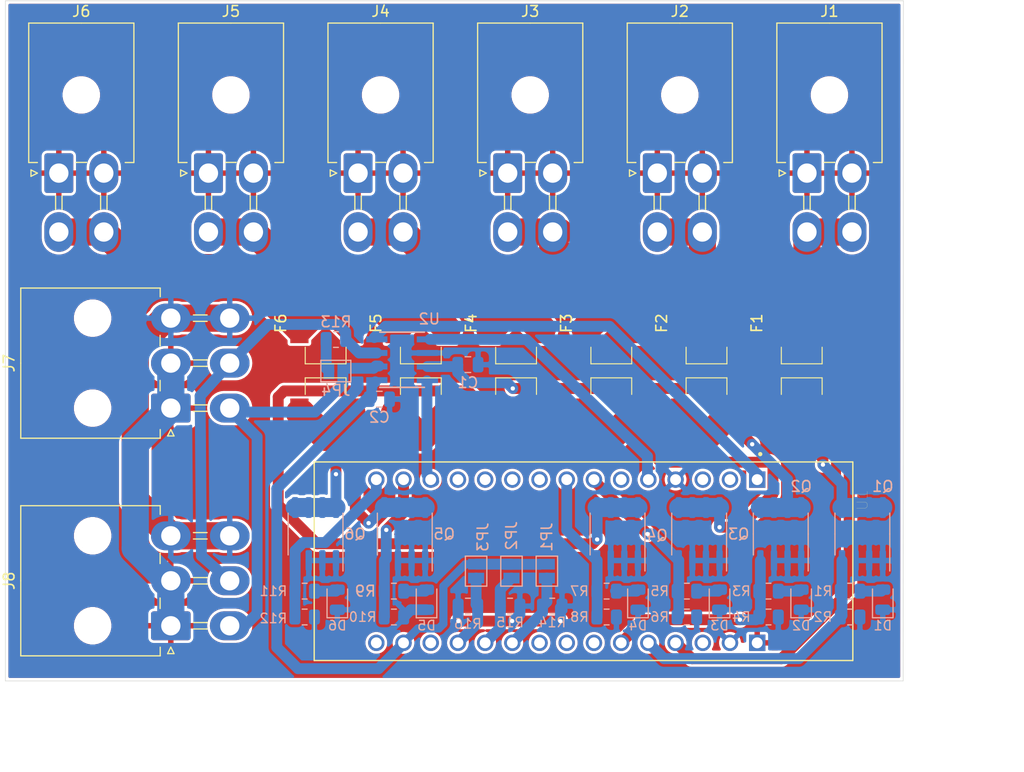
<source format=kicad_pcb>
(kicad_pcb (version 20171130) (host pcbnew "(5.1.9-0-10_14)")
  (title_block (date 2021-03-05))
  (layers (0 F.Cu signal) (31 B.Cu signal) (34 B.Paste user) (35 F.Paste user) (36 B.SilkS user) (37 F.SilkS user) (38 B.Mask user) (39 F.Mask user) (44 Edge.Cuts user))
  (net 0 "")
  (net 1 GND)
  (net 2 /GATE1)
  (net 3 /GATE2)
  (net 4 /GATE3)
  (net 5 /GATE4)
  (net 6 /GATE5)
  (net 7 /GATE6)
  (net 8 "Net-(F1-Pad1)")
  (net 9 "Net-(F1-Pad2)")
  (net 10 "Net-(F2-Pad2)")
  (net 11 "Net-(F2-Pad1)")
  (net 12 "Net-(F3-Pad2)")
  (net 13 "Net-(F3-Pad1)")
  (net 14 "Net-(F4-Pad1)")
  (net 15 "Net-(F4-Pad2)")
  (net 16 "Net-(F5-Pad2)")
  (net 17 "Net-(F5-Pad1)")
  (net 18 "Net-(F6-Pad1)")
  (net 19 "Net-(F6-Pad2)")
  (net 20 +12V)
  (net 21 /CANL)
  (net 22 /CANH)
  (net 23 "Net-(JP1-Pad1)")
  (net 24 "Net-(JP2-Pad1)")
  (net 25 "Net-(JP3-Pad1)")
  (net 26 /STBY)
  (net 27 /CANRX)
  (net 28 /CANTX)
  (net 29 "Net-(U1-PadPC15)")
  (net 30 "Net-(U1-PadPC14)")
  (net 31 "Net-(U1-PadPB0)")
  (net 32 "Net-(U1-PadNRST)")
  (net 33 "Net-(U1-PadPB3)")
  (net 34 "Net-(U1-PadAREF)")
  (net 35 "Net-(U1-PadPA4)")
  (net 36 "Net-(U1-PadPA5)")
  (net 37 "Net-(U1-PadPA6)")
  (net 38 "Net-(JP4-Pad1)")
  (net 39 "Net-(U1-PadPA10)")
  (net 40 "Net-(U1-PadPB1)")
  (net 41 /5V)
  (net 42 /3V3)
  (net 43 "Net-(D1-Pad2)")
  (net 44 "Net-(D2-Pad2)")
  (net 45 "Net-(D3-Pad2)")
  (net 46 "Net-(D4-Pad2)")
  (net 47 "Net-(D5-Pad2)")
  (net 48 "Net-(D6-Pad2)")
  (net 49 "Net-(U1-PadPA8)")
  (module LED_SMD:LED_0805_2012Metric (layer B.Cu) (at 112.395 121.95556 90)
    (fp_text reference D2 (at -2.413 0 180) (layer B.SilkS) (effects (font (size 0.889 0.889) (thickness 0.127)) (justify mirror)))
    (fp_text value LED)
    (pad 2 smd roundrect (at 0.9375 0 90) (size 0.975 1.4) (layers B.Cu B.Paste B.Mask) (net 44 "Net-(D2-Pad2)"))
    (pad 1 smd roundrect (at -0.9375 0 90) (size 0.975 1.4) (layers B.Cu B.Paste B.Mask) (net 1 GND))
  )
  (module LED_SMD:LED_0805_2012Metric (layer B.Cu) (at 77.4192 121.95556 90)
    (fp_text reference D5 (at -2.413 0) (layer B.SilkS) (effects (font (size 0.889 0.889) (thickness 0.127)) (justify mirror)))
    (fp_text value LED)
    (pad 2 smd roundrect (at 0.9375 0 90) (size 0.975 1.4) (layers B.Cu B.Paste B.Mask) (net 47 "Net-(D5-Pad2)"))
    (pad 1 smd roundrect (at -0.9375 0 90) (size 0.975 1.4) (layers B.Cu B.Paste B.Mask) (net 1 GND))
  )
  (module Resistor_SMD:R_0805_2012Metric (layer B.Cu) (at 81.28 122.555 180)
    (fp_text reference R16 (at 0 -1.651) (layer B.SilkS) (effects (font (size 0.889 0.889) (thickness 0.127)) (justify mirror)))
    (fp_text value 10K)
    (pad 2 smd roundrect (at 0.9125 0 180) (size 1.025 1.4) (layers B.Cu B.Paste B.Mask) (roundrect_rratio 0.243902) (net 1 GND))
    (pad 1 smd roundrect (at -0.9125 0 180) (size 1.025 1.4) (layers B.Cu B.Paste B.Mask) (roundrect_rratio 0.243902) (net 25 "Net-(JP3-Pad1)"))
  )
  (module Resistor_SMD:R_0805_2012Metric (layer B.Cu) (at 89.154 122.555)
    (fp_text reference R14 (at 0 1.524) (layer B.SilkS) (effects (font (size 0.889 0.889) (thickness 0.127)) (justify mirror)))
    (fp_text value 10K)
    (pad 2 smd roundrect (at 0.9125 0) (size 1.025 1.4) (layers B.Cu B.Paste B.Mask) (roundrect_rratio 0.243902) (net 1 GND))
    (pad 1 smd roundrect (at -0.9125 0) (size 1.025 1.4) (layers B.Cu B.Paste B.Mask) (roundrect_rratio 0.243902) (net 23 "Net-(JP1-Pad1)"))
  )
  (module Resistor_SMD:R_0805_2012Metric (layer B.Cu) (at 85.217 122.555)
    (fp_text reference R15 (at 0 1.524) (layer B.SilkS) (effects (font (size 0.889 0.889) (thickness 0.127)) (justify mirror)))
    (fp_text value 10K)
    (pad 2 smd roundrect (at 0.9125 0) (size 1.025 1.4) (layers B.Cu B.Paste B.Mask) (roundrect_rratio 0.243902) (net 1 GND))
    (pad 1 smd roundrect (at -0.9125 0) (size 1.025 1.4) (layers B.Cu B.Paste B.Mask) (roundrect_rratio 0.243902) (net 24 "Net-(JP2-Pad1)"))
  )
  (module Resistor_SMD:R_0805_2012Metric (layer B.Cu) (at 94.234 123.571)
    (fp_text reference R8 (at -2.54 0) (layer B.SilkS) (effects (font (size 0.889 0.889) (thickness 0.127)) (justify mirror)))
    (fp_text value 10K)
    (pad 2 smd roundrect (at 0.9125 0) (size 1.025 1.4) (layers B.Cu B.Paste B.Mask) (roundrect_rratio 0.243902) (net 1 GND))
    (pad 1 smd roundrect (at -0.9125 0) (size 1.025 1.4) (layers B.Cu B.Paste B.Mask) (roundrect_rratio 0.243902) (net 5 /GATE4))
  )
  (module Resistor_SMD:R_0805_2012Metric (layer B.Cu) (at 94.234 121.158)
    (fp_text reference R7 (at -2.54 0) (layer B.SilkS) (effects (font (size 0.889 0.889) (thickness 0.127)) (justify mirror)))
    (fp_text value 100)
    (pad 2 smd roundrect (at 0.9125 0) (size 1.025 1.4) (layers B.Cu B.Paste B.Mask) (roundrect_rratio 0.243902) (net 46 "Net-(D4-Pad2)"))
    (pad 1 smd roundrect (at -0.9125 0) (size 1.025 1.4) (layers B.Cu B.Paste B.Mask) (roundrect_rratio 0.243902) (net 5 /GATE4))
  )
  (module LED_SMD:LED_0805_2012Metric (layer B.Cu) (at 97.155 121.95556 90)
    (fp_text reference D4 (at -2.413 0) (layer B.SilkS) (effects (font (size 0.889 0.889) (thickness 0.127)) (justify mirror)))
    (fp_text value LED)
    (pad 2 smd roundrect (at 0.9375 0 90) (size 0.975 1.4) (layers B.Cu B.Paste B.Mask) (net 46 "Net-(D4-Pad2)"))
    (pad 1 smd roundrect (at -0.9375 0 90) (size 0.975 1.4) (layers B.Cu B.Paste B.Mask) (net 1 GND))
  )
  (module Resistor_SMD:R_0805_2012Metric (layer B.Cu) (at 101.727 123.571)
    (fp_text reference R6 (at -2.54 0) (layer B.SilkS) (effects (font (size 0.889 0.889) (thickness 0.127)) (justify mirror)))
    (fp_text value 10K)
    (pad 2 smd roundrect (at 0.9125 0) (size 1.025 1.4) (layers B.Cu B.Paste B.Mask) (roundrect_rratio 0.243902) (net 1 GND))
    (pad 1 smd roundrect (at -0.9125 0) (size 1.025 1.4) (layers B.Cu B.Paste B.Mask) (roundrect_rratio 0.243902) (net 4 /GATE3))
  )
  (module Resistor_SMD:R_0805_2012Metric (layer B.Cu) (at 101.727 121.158)
    (fp_text reference R5 (at -2.54 0) (layer B.SilkS) (effects (font (size 0.889 0.889) (thickness 0.127)) (justify mirror)))
    (fp_text value 100)
    (pad 2 smd roundrect (at 0.9125 0) (size 1.025 1.4) (layers B.Cu B.Paste B.Mask) (roundrect_rratio 0.243902) (net 45 "Net-(D3-Pad2)"))
    (pad 1 smd roundrect (at -0.9125 0) (size 1.025 1.4) (layers B.Cu B.Paste B.Mask) (roundrect_rratio 0.243902) (net 4 /GATE3))
  )
  (module LED_SMD:LED_0805_2012Metric (layer B.Cu) (at 104.775 121.95556 90)
    (fp_text reference D3 (at -2.413 0) (layer B.SilkS) (effects (font (size 0.889 0.889) (thickness 0.127)) (justify mirror)))
    (fp_text value LED)
    (pad 2 smd roundrect (at 0.9375 0 90) (size 0.975 1.4) (layers B.Cu B.Paste B.Mask) (net 45 "Net-(D3-Pad2)"))
    (pad 1 smd roundrect (at -0.9375 0 90) (size 0.975 1.4) (layers B.Cu B.Paste B.Mask) (net 1 GND))
  )
  (module Resistor_SMD:R_0805_2012Metric (layer B.Cu) (at 109.347 123.571)
    (fp_text reference R4 (at -2.54 0) (layer B.SilkS) (effects (font (size 0.889 0.889) (thickness 0.127)) (justify mirror)))
    (fp_text value 10K)
    (pad 2 smd roundrect (at 0.9125 0) (size 1.025 1.4) (layers B.Cu B.Paste B.Mask) (roundrect_rratio 0.243902) (net 1 GND))
    (pad 1 smd roundrect (at -0.9125 0) (size 1.025 1.4) (layers B.Cu B.Paste B.Mask) (roundrect_rratio 0.243902) (net 3 /GATE2))
  )
  (module Resistor_SMD:R_0805_2012Metric (layer B.Cu) (at 109.347 121.158)
    (fp_text reference R3 (at -2.54 0) (layer B.SilkS) (effects (font (size 0.889 0.889) (thickness 0.127)) (justify mirror)))
    (fp_text value 100)
    (pad 2 smd roundrect (at 0.9125 0) (size 1.025 1.4) (layers B.Cu B.Paste B.Mask) (roundrect_rratio 0.243902) (net 44 "Net-(D2-Pad2)"))
    (pad 1 smd roundrect (at -0.9125 0) (size 1.025 1.4) (layers B.Cu B.Paste B.Mask) (roundrect_rratio 0.243902) (net 3 /GATE2))
  )
  (module Resistor_SMD:R_0805_2012Metric (layer B.Cu) (at 74.3712 121.158)
    (fp_text reference R9 (at -2.667 0) (layer B.SilkS) (effects (justify mirror)))
    (fp_text value 100)
    (pad 2 smd roundrect (at 0.9125 0) (size 1.025 1.4) (layers B.Cu B.Paste B.Mask) (roundrect_rratio 0.243902) (net 47 "Net-(D5-Pad2)"))
    (pad 1 smd roundrect (at -0.9125 0) (size 1.025 1.4) (layers B.Cu B.Paste B.Mask) (roundrect_rratio 0.243902) (net 6 /GATE5))
  )
  (module Resistor_SMD:R_0805_2012Metric (layer B.Cu) (at 74.3712 123.571)
    (fp_text reference R10 (at -2.921 0) (layer B.SilkS) (effects (font (size 0.889 0.889) (thickness 0.127)) (justify mirror)))
    (fp_text value 10K)
    (pad 2 smd roundrect (at 0.9125 0) (size 1.025 1.4) (layers B.Cu B.Paste B.Mask) (roundrect_rratio 0.243902) (net 1 GND))
    (pad 1 smd roundrect (at -0.9125 0) (size 1.025 1.4) (layers B.Cu B.Paste B.Mask) (roundrect_rratio 0.243902) (net 6 /GATE5))
  )
  (module Resistor_SMD:R_0805_2012Metric (layer B.Cu) (at 116.967 123.571)
    (fp_text reference R2 (at -2.54 0) (layer B.SilkS) (effects (font (size 0.889 0.889) (thickness 0.127)) (justify mirror)))
    (fp_text value 10K)
    (pad 2 smd roundrect (at 0.9125 0) (size 1.025 1.4) (layers B.Cu B.Paste B.Mask) (roundrect_rratio 0.243902) (net 1 GND))
    (pad 1 smd roundrect (at -0.9125 0) (size 1.025 1.4) (layers B.Cu B.Paste B.Mask) (roundrect_rratio 0.243902) (net 2 /GATE1))
  )
  (module Resistor_SMD:R_0805_2012Metric (layer B.Cu) (at 116.967 121.158)
    (fp_text reference R1 (at -2.54 0) (layer B.SilkS) (effects (font (size 0.889 0.889) (thickness 0.127)) (justify mirror)))
    (fp_text value 100)
    (pad 2 smd roundrect (at 0.9125 0) (size 1.025 1.4) (layers B.Cu B.Paste B.Mask) (roundrect_rratio 0.243902) (net 43 "Net-(D1-Pad2)"))
    (pad 1 smd roundrect (at -0.9125 0) (size 1.025 1.4) (layers B.Cu B.Paste B.Mask) (roundrect_rratio 0.243902) (net 2 /GATE1))
  )
  (module LED_SMD:LED_0805_2012Metric (layer B.Cu) (at 120.015 121.95556 90)
    (fp_text reference D1 (at -2.413 0) (layer B.SilkS) (effects (font (size 0.889 0.889) (thickness 0.127)) (justify mirror)))
    (fp_text value LED)
    (pad 2 smd roundrect (at 0.9375 0 90) (size 0.975 1.4) (layers B.Cu B.Paste B.Mask) (net 43 "Net-(D1-Pad2)"))
    (pad 1 smd roundrect (at -0.9375 0 90) (size 0.975 1.4) (layers B.Cu B.Paste B.Mask) (net 1 GND))
  )
  (module LED_SMD:LED_0805_2012Metric (layer B.Cu) (at 69.088 121.95556 90)
    (fp_text reference D6 (at -2.413 0) (layer B.SilkS) (effects (font (size 0.889 0.889) (thickness 0.127)) (justify mirror)))
    (fp_text value LED)
    (pad 2 smd roundrect (at 0.9375 0 90) (size 0.975 1.4) (layers B.Cu B.Paste B.Mask) (net 48 "Net-(D6-Pad2)"))
    (pad 1 smd roundrect (at -0.9375 0 90) (size 0.975 1.4) (layers B.Cu B.Paste B.Mask) (net 1 GND))
  )
  (module Resistor_SMD:R_0805_2012Metric (layer B.Cu) (at 66.04 121.158)
    (fp_text reference R11 (at -2.921 0) (layer B.SilkS) (effects (font (size 0.889 0.889) (thickness 0.127)) (justify mirror)))
    (fp_text value 100)
    (pad 2 smd roundrect (at 0.9125 0) (size 1.025 1.4) (layers B.Cu B.Paste B.Mask) (roundrect_rratio 0.243902) (net 48 "Net-(D6-Pad2)"))
    (pad 1 smd roundrect (at -0.9125 0) (size 1.025 1.4) (layers B.Cu B.Paste B.Mask) (roundrect_rratio 0.243902) (net 7 /GATE6))
  )
  (module Resistor_SMD:R_0805_2012Metric (layer B.Cu) (at 66.04 123.571)
    (fp_text reference R12 (at -2.921 0.127) (layer B.SilkS) (effects (font (size 0.889 0.889) (thickness 0.127)) (justify mirror)))
    (fp_text value 10K)
    (pad 2 smd roundrect (at 0.9125 0) (size 1.025 1.4) (layers B.Cu B.Paste B.Mask) (roundrect_rratio 0.243902) (net 1 GND))
    (pad 1 smd roundrect (at -0.9125 0) (size 1.025 1.4) (layers B.Cu B.Paste B.Mask) (roundrect_rratio 0.243902) (net 7 /GATE6))
  )
  (module Package_SO:SOIC-8-1EP_3.9x4.9mm_P1.27mm_EP2.29x3mm (layer B.Cu) (at 110.49 115.824 90)
    (fp_text reference Q2 (at 4.445 1.905) (layer B.SilkS) (effects (justify mirror)))
    (fp_text value Q_NMOS_SGD)
    (pad 3 smd roundrect (at 2.475 1.905 90) (size 1.95 0.6) (layers B.Cu B.Paste B.Mask) (net 10 "Net-(F2-Pad2)"))
    (pad 3 smd roundrect (at 2.475 0.635 90) (size 1.95 0.6) (layers B.Cu B.Paste B.Mask) (net 10 "Net-(F2-Pad2)"))
    (pad 3 smd roundrect (at 2.475 -0.635 90) (size 1.95 0.6) (layers B.Cu B.Paste B.Mask) (net 10 "Net-(F2-Pad2)"))
    (pad 3 smd roundrect (at 2.475 -1.905 90) (size 1.95 0.6) (layers B.Cu B.Paste B.Mask) (net 10 "Net-(F2-Pad2)"))
    (pad 2 smd roundrect (at -2.475 -1.905 90) (size 1.95 0.6) (layers B.Cu B.Paste B.Mask) (net 3 /GATE2))
    (pad 1 smd roundrect (at -2.475 -0.635 90) (size 1.95 0.6) (layers B.Cu B.Paste B.Mask) (net 1 GND))
    (pad 1 smd roundrect (at -2.475 0.635 90) (size 1.95 0.6) (layers B.Cu B.Paste B.Mask) (net 1 GND))
    (pad 1 smd roundrect (at -2.475 1.905 90) (size 1.95 0.6) (layers B.Cu B.Paste B.Mask) (net 1 GND))
  )
  (module Package_SO:SOIC-8-1EP_3.9x4.9mm_P1.27mm_EP2.29x3mm (layer B.Cu) (at 75.3872 115.824 90)
    (fp_text reference Q5 (at 0 3.683 180) (layer B.SilkS) (effects (justify mirror)))
    (fp_text value Q_NMOS_SGD)
    (pad 3 smd roundrect (at 2.475 1.905 90) (size 1.95 0.6) (layers B.Cu B.Paste B.Mask) (net 16 "Net-(F5-Pad2)"))
    (pad 3 smd roundrect (at 2.475 0.635 90) (size 1.95 0.6) (layers B.Cu B.Paste B.Mask) (net 16 "Net-(F5-Pad2)"))
    (pad 3 smd roundrect (at 2.475 -0.635 90) (size 1.95 0.6) (layers B.Cu B.Paste B.Mask) (net 16 "Net-(F5-Pad2)"))
    (pad 3 smd roundrect (at 2.475 -1.905 90) (size 1.95 0.6) (layers B.Cu B.Paste B.Mask) (net 16 "Net-(F5-Pad2)"))
    (pad 2 smd roundrect (at -2.475 -1.905 90) (size 1.95 0.6) (layers B.Cu B.Paste B.Mask) (net 6 /GATE5))
    (pad 1 smd roundrect (at -2.475 -0.635 90) (size 1.95 0.6) (layers B.Cu B.Paste B.Mask) (net 1 GND))
    (pad 1 smd roundrect (at -2.475 0.635 90) (size 1.95 0.6) (layers B.Cu B.Paste B.Mask) (net 1 GND))
    (pad 1 smd roundrect (at -2.475 1.905 90) (size 1.95 0.6) (layers B.Cu B.Paste B.Mask) (net 1 GND))
  )
  (module Package_SO:SOIC-8-1EP_3.9x4.9mm_P1.27mm_EP2.29x3mm (layer B.Cu) (at 118.11 115.824 90)
    (fp_text reference Q1 (at 4.445 1.905) (layer B.SilkS) (effects (justify mirror)))
    (fp_text value Q_NMOS_SGD)
    (pad 3 smd roundrect (at 2.475 1.905 90) (size 1.95 0.6) (layers B.Cu B.Paste B.Mask) (net 9 "Net-(F1-Pad2)"))
    (pad 3 smd roundrect (at 2.475 0.635 90) (size 1.95 0.6) (layers B.Cu B.Paste B.Mask) (net 9 "Net-(F1-Pad2)"))
    (pad 3 smd roundrect (at 2.475 -0.635 90) (size 1.95 0.6) (layers B.Cu B.Paste B.Mask) (net 9 "Net-(F1-Pad2)"))
    (pad 3 smd roundrect (at 2.475 -1.905 90) (size 1.95 0.6) (layers B.Cu B.Paste B.Mask) (net 9 "Net-(F1-Pad2)"))
    (pad 2 smd roundrect (at -2.475 -1.905 90) (size 1.95 0.6) (layers B.Cu B.Paste B.Mask) (net 2 /GATE1))
    (pad 1 smd roundrect (at -2.475 -0.635 90) (size 1.95 0.6) (layers B.Cu B.Paste B.Mask) (net 1 GND))
    (pad 1 smd roundrect (at -2.475 0.635 90) (size 1.95 0.6) (layers B.Cu B.Paste B.Mask) (net 1 GND))
    (pad 1 smd roundrect (at -2.475 1.905 90) (size 1.95 0.6) (layers B.Cu B.Paste B.Mask) (net 1 GND))
  )
  (module NUCLEO-L432KC:MODULE_NUCLEO-L432KC (layer F.Cu) (at 92.075 118.364 270)
    (fp_text reference U1 (at -5.715 -26.035 90) (layer F.SilkS) (effects (font (thickness 0.015))))
    (fp_text value NUCLEO_L432KC)
    (pad PB4 thru_hole circle (at -7.62 19.345 270) (size 1.53 1.53) (drill 1.02) (layers *.Cu *.Mask) (net 7 /GATE6))
    (pad PB5 thru_hole circle (at -7.62 16.805 270) (size 1.53 1.53) (drill 1.02) (layers *.Cu *.Mask) (net 6 /GATE5))
    (pad PA11 thru_hole circle (at -7.62 14.265 270) (size 1.53 1.53) (drill 1.02) (layers *.Cu *.Mask) (net 27 /CANRX))
    (pad PA8 thru_hole circle (at -7.62 11.725 270) (size 1.53 1.53) (drill 1.02) (layers *.Cu *.Mask) (net 49 "Net-(U1-PadPA8)"))
    (pad PC15 thru_hole circle (at -7.62 9.185 270) (size 1.53 1.53) (drill 1.02) (layers *.Cu *.Mask) (net 29 "Net-(U1-PadPC15)"))
    (pad PC14 thru_hole circle (at -7.62 6.645 270) (size 1.53 1.53) (drill 1.02) (layers *.Cu *.Mask) (net 30 "Net-(U1-PadPC14)"))
    (pad PB1 thru_hole circle (at -7.62 4.105 270) (size 1.53 1.53) (drill 1.02) (layers *.Cu *.Mask) (net 40 "Net-(U1-PadPB1)"))
    (pad PB6 thru_hole circle (at -7.62 1.565 270) (size 1.53 1.53) (drill 1.02) (layers *.Cu *.Mask) (net 5 /GATE4))
    (pad PB7 thru_hole circle (at -7.62 -0.975 270) (size 1.53 1.53) (drill 1.02) (layers *.Cu *.Mask) (net 4 /GATE3))
    (pad PB0 thru_hole circle (at -7.62 -3.515 270) (size 1.53 1.53) (drill 1.02) (layers *.Cu *.Mask) (net 31 "Net-(U1-PadPB0)"))
    (pad PA12 thru_hole circle (at -7.62 -6.055 270) (size 1.53 1.53) (drill 1.02) (layers *.Cu *.Mask) (net 28 /CANTX))
    (pad GND thru_hole circle (at -7.62 -8.595 270) (size 1.53 1.53) (drill 1.02) (layers *.Cu *.Mask) (net 1 GND))
    (pad NRST thru_hole circle (at -7.62 -11.135 270) (size 1.53 1.53) (drill 1.02) (layers *.Cu *.Mask) (net 32 "Net-(U1-PadNRST)"))
    (pad PA10 thru_hole circle (at -7.62 -13.675 270) (size 1.53 1.53) (drill 1.02) (layers *.Cu *.Mask) (net 39 "Net-(U1-PadPA10)"))
    (pad PA9 thru_hole rect (at -7.62 -16.215 270) (size 1.53 1.53) (drill 1.02) (layers *.Cu *.Mask) (net 26 /STBY))
    (pad PB3 thru_hole circle (at 7.62 19.345 270) (size 1.53 1.53) (drill 1.02) (layers *.Cu *.Mask) (net 33 "Net-(U1-PadPB3)"))
    (pad 3V3 thru_hole circle (at 7.62 16.805 270) (size 1.53 1.53) (drill 1.02) (layers *.Cu *.Mask) (net 42 /3V3))
    (pad AREF thru_hole circle (at 7.62 14.265 270) (size 1.53 1.53) (drill 1.02) (layers *.Cu *.Mask) (net 34 "Net-(U1-PadAREF)"))
    (pad PA0 thru_hole circle (at 7.62 11.725 270) (size 1.53 1.53) (drill 1.02) (layers *.Cu *.Mask) (net 25 "Net-(JP3-Pad1)"))
    (pad PA1 thru_hole circle (at 7.62 9.185 270) (size 1.53 1.53) (drill 1.02) (layers *.Cu *.Mask) (net 24 "Net-(JP2-Pad1)"))
    (pad PA3 thru_hole circle (at 7.62 6.645 270) (size 1.53 1.53) (drill 1.02) (layers *.Cu *.Mask) (net 23 "Net-(JP1-Pad1)"))
    (pad PA4 thru_hole circle (at 7.62 4.105 270) (size 1.53 1.53) (drill 1.02) (layers *.Cu *.Mask) (net 35 "Net-(U1-PadPA4)"))
    (pad PA5 thru_hole circle (at 7.62 1.565 270) (size 1.53 1.53) (drill 1.02) (layers *.Cu *.Mask) (net 36 "Net-(U1-PadPA5)"))
    (pad PA6 thru_hole circle (at 7.62 -0.975 270) (size 1.53 1.53) (drill 1.02) (layers *.Cu *.Mask) (net 37 "Net-(U1-PadPA6)"))
    (pad PA7 thru_hole circle (at 7.62 -3.515 270) (size 1.53 1.53) (drill 1.02) (layers *.Cu *.Mask) (net 3 /GATE2))
    (pad PA2 thru_hole circle (at 7.62 -6.055 270) (size 1.53 1.53) (drill 1.02) (layers *.Cu *.Mask) (net 2 /GATE1))
    (pad 5V thru_hole circle (at 7.62 -8.595 270) (size 1.53 1.53) (drill 1.02) (layers *.Cu *.Mask) (net 41 /5V))
    (pad NRST thru_hole circle (at 7.62 -11.135 270) (size 1.53 1.53) (drill 1.02) (layers *.Cu *.Mask))
    (pad GND thru_hole circle (at 7.62 -13.675 270) (size 1.53 1.53) (drill 1.02) (layers *.Cu *.Mask) (net 1 GND))
    (pad VIN thru_hole rect (at 7.62 -16.215 270) (size 1.53 1.53) (drill 1.02) (layers *.Cu *.Mask) (net 20 +12V))
  )
  (module Resistor_SMD:R_0805_2012Metric (layer B.Cu) (at 68.961 97.663 180)
    (fp_text reference R13 (at 0 1.65) (layer B.SilkS) (effects (justify mirror)))
    (fp_text value 120)
    (pad 2 smd roundrect (at 0.9125 0 180) (size 1.025 1.4) (layers B.Cu B.Paste B.Mask) (roundrect_rratio 0.243902) (net 38 "Net-(JP4-Pad1)"))
    (pad 1 smd roundrect (at -0.9125 0 180) (size 1.025 1.4) (layers B.Cu B.Paste B.Mask) (roundrect_rratio 0.243902) (net 22 /CANH))
  )
  (module Capacitor_SMD:C_0805_2012Metric (layer B.Cu) (at 73.01484 103.23576)
    (fp_text reference C2 (at 0 1.68) (layer B.SilkS) (effects (justify mirror)))
    (fp_text value 100nF)
    (pad 2 smd roundrect (at 0.95 0) (size 1 1.45) (layers B.Cu B.Paste B.Mask) (net 1 GND))
    (pad 1 smd roundrect (at -0.95 0) (size 1 1.45) (layers B.Cu B.Paste B.Mask) (net 42 /3V3))
  )
  (module Capacitor_SMD:C_0805_2012Metric (layer B.Cu) (at 81.28 100.00996)
    (fp_text reference C1 (at 0 1.68) (layer B.SilkS) (effects (justify mirror)))
    (fp_text value 100nF)
    (pad 2 smd roundrect (at 0.95 0) (size 1 1.45) (layers B.Cu B.Paste B.Mask) (net 1 GND))
    (pad 1 smd roundrect (at -0.95 0) (size 1 1.45) (layers B.Cu B.Paste B.Mask) (net 41 /5V))
  )
  (module Package_SO:SOIC-8-1EP_3.9x4.9mm_P1.27mm_EP2.29x3mm (layer B.Cu) (at 95.25 115.824 90)
    (fp_text reference Q4 (at -0.127 3.683 180) (layer B.SilkS) (effects (justify mirror)))
    (fp_text value Q_NMOS_SGD)
    (pad 3 smd roundrect (at 2.475 1.905 90) (size 1.95 0.6) (layers B.Cu B.Paste B.Mask) (net 15 "Net-(F4-Pad2)"))
    (pad 3 smd roundrect (at 2.475 0.635 90) (size 1.95 0.6) (layers B.Cu B.Paste B.Mask) (net 15 "Net-(F4-Pad2)"))
    (pad 3 smd roundrect (at 2.475 -0.635 90) (size 1.95 0.6) (layers B.Cu B.Paste B.Mask) (net 15 "Net-(F4-Pad2)"))
    (pad 3 smd roundrect (at 2.475 -1.905 90) (size 1.95 0.6) (layers B.Cu B.Paste B.Mask) (net 15 "Net-(F4-Pad2)"))
    (pad 2 smd roundrect (at -2.475 -1.905 90) (size 1.95 0.6) (layers B.Cu B.Paste B.Mask) (net 5 /GATE4))
    (pad 1 smd roundrect (at -2.475 -0.635 90) (size 1.95 0.6) (layers B.Cu B.Paste B.Mask) (net 1 GND))
    (pad 1 smd roundrect (at -2.475 0.635 90) (size 1.95 0.6) (layers B.Cu B.Paste B.Mask) (net 1 GND))
    (pad 1 smd roundrect (at -2.475 1.905 90) (size 1.95 0.6) (layers B.Cu B.Paste B.Mask) (net 1 GND))
  )
  (module Connector_Molex:Molex_Mini-Fit_Jr_5569-06A2_2x03_P4.20mm_Horizontal (layer F.Cu) (at 53.5432 124.38888 90)
    (fp_text reference J8 (at 4.2 -15.1 90) (layer F.SilkS))
    (fp_text value 39301060)
    (pad "" np_thru_hole circle (at 8.4 -7.3 90) (size 3 3) (drill 3) (layers *.Cu *.Mask))
    (pad "" np_thru_hole circle (at 0 -7.3 90) (size 3 3) (drill 3) (layers *.Cu *.Mask))
    (pad 6 thru_hole oval (at 8.4 5.5 90) (size 2.7 3.7) (drill 1.8) (layers *.Cu *.Mask) (net 1 GND))
    (pad 5 thru_hole oval (at 4.2 5.5 90) (size 2.7 3.7) (drill 1.8) (layers *.Cu *.Mask) (net 22 /CANH))
    (pad 4 thru_hole oval (at 0 5.5 90) (size 2.7 3.7) (drill 1.8) (layers *.Cu *.Mask) (net 21 /CANL))
    (pad 3 thru_hole oval (at 8.4 0 90) (size 2.7 3.7) (drill 1.8) (layers *.Cu *.Mask) (net 1 GND))
    (pad 2 thru_hole oval (at 4.2 0 90) (size 2.7 3.7) (drill 1.8) (layers *.Cu *.Mask) (net 20 +12V))
    (pad 1 thru_hole roundrect (at 0 0 90) (size 2.7 3.7) (drill 1.8) (layers *.Cu *.Mask) (roundrect_rratio 0.09259299999999999) (net 20 +12V))
  )
  (module Connector_Molex:Molex_Mini-Fit_Jr_5569-06A2_2x03_P4.20mm_Horizontal (layer F.Cu) (at 53.5432 104.06888 90)
    (fp_text reference J7 (at 4.2 -15.1 90) (layer F.SilkS))
    (fp_text value 39301060)
    (pad 1 thru_hole roundrect (at 0 0 90) (size 2.7 3.7) (drill 1.8) (layers *.Cu *.Mask) (roundrect_rratio 0.09259299999999999) (net 20 +12V))
    (pad 2 thru_hole oval (at 4.2 0 90) (size 2.7 3.7) (drill 1.8) (layers *.Cu *.Mask) (net 20 +12V))
    (pad 3 thru_hole oval (at 8.4 0 90) (size 2.7 3.7) (drill 1.8) (layers *.Cu *.Mask) (net 1 GND))
    (pad 4 thru_hole oval (at 0 5.5 90) (size 2.7 3.7) (drill 1.8) (layers *.Cu *.Mask) (net 21 /CANL))
    (pad 5 thru_hole oval (at 4.2 5.5 90) (size 2.7 3.7) (drill 1.8) (layers *.Cu *.Mask) (net 22 /CANH))
    (pad 6 thru_hole oval (at 8.4 5.5 90) (size 2.7 3.7) (drill 1.8) (layers *.Cu *.Mask) (net 1 GND))
    (pad "" np_thru_hole circle (at 0 -7.3 90) (size 3 3) (drill 3) (layers *.Cu *.Mask))
    (pad "" np_thru_hole circle (at 8.4 -7.3 90) (size 3 3) (drill 3) (layers *.Cu *.Mask))
  )
  (module MCP2562FD-E_SN:MCP2562FD-E_SN (layer B.Cu) (at 75.13574 99.55276 180)
    (fp_text reference U2 (at -2.54 3.81) (layer B.SilkS) (effects (justify mirror)))
    (fp_text value MCP2562FD-E_SN hide)
    (pad 8 smd rect (at 2.3622 1.905 180) (size 1.9812 0.5588) (layers B.Cu B.Paste B.Mask) (net 26 /STBY))
    (pad 7 smd rect (at 2.3622 0.635 180) (size 1.9812 0.5588) (layers B.Cu B.Paste B.Mask) (net 22 /CANH))
    (pad 6 smd rect (at 2.3622 -0.635 180) (size 1.9812 0.5588) (layers B.Cu B.Paste B.Mask) (net 21 /CANL))
    (pad 5 smd rect (at 2.3622 -1.905 180) (size 1.9812 0.5588) (layers B.Cu B.Paste B.Mask) (net 42 /3V3))
    (pad 4 smd rect (at -2.3622 -1.905 180) (size 1.9812 0.5588) (layers B.Cu B.Paste B.Mask) (net 27 /CANRX))
    (pad 3 smd rect (at -2.3622 -0.635 180) (size 1.9812 0.5588) (layers B.Cu B.Paste B.Mask) (net 41 /5V))
    (pad 2 smd rect (at -2.3622 0.635 180) (size 1.9812 0.5588) (layers B.Cu B.Paste B.Mask) (net 1 GND))
    (pad 1 smd rect (at -2.3622 1.905 180) (size 1.9812 0.5588) (layers B.Cu B.Paste B.Mask) (net 28 /CANTX))
  )
  (module FuseClips:3586KTR (layer F.Cu) (at 112.70234 100.45954 270)
    (fp_text reference F1 (at -4.318 4.445 270) (layer F.SilkS) (effects (font (size 0.999998 0.999998))))
    (fp_text value Fuse hide)
    (pad 2 smd rect (at 6.331 0.254 180) (size 1.7 1.7) (layers F.Cu F.Paste F.Mask) (net 9 "Net-(F1-Pad2)"))
    (pad 2 smd rect (at 4.041 -2.196 180) (size 1.7 2.66) (layers F.Cu F.Paste F.Mask) (net 9 "Net-(F1-Pad2)"))
    (pad 2 smd rect (at 4.041 2.704 180) (size 1.7 2.66) (layers F.Cu F.Paste F.Mask) (net 9 "Net-(F1-Pad2)"))
    (pad 1 smd rect (at -3.787 -2.196) (size 1.7 2.66) (layers F.Cu F.Paste F.Mask) (net 8 "Net-(F1-Pad1)"))
    (pad 1 smd rect (at -3.787 2.704) (size 1.7 2.66) (layers F.Cu F.Paste F.Mask) (net 8 "Net-(F1-Pad1)"))
    (pad 1 smd rect (at -6.077 0.254) (size 1.7 1.7) (layers F.Cu F.Paste F.Mask) (net 8 "Net-(F1-Pad1)"))
  )
  (module FuseClips:3586KTR (layer F.Cu) (at 103.81234 100.45954 270)
    (fp_text reference F2 (at -4.318 4.445 270) (layer F.SilkS) (effects (font (size 0.999998 0.999998))))
    (fp_text value Fuse hide)
    (pad 2 smd rect (at 6.331 0.254 180) (size 1.7 1.7) (layers F.Cu F.Paste F.Mask) (net 10 "Net-(F2-Pad2)"))
    (pad 2 smd rect (at 4.041 -2.196 180) (size 1.7 2.66) (layers F.Cu F.Paste F.Mask) (net 10 "Net-(F2-Pad2)"))
    (pad 2 smd rect (at 4.041 2.704 180) (size 1.7 2.66) (layers F.Cu F.Paste F.Mask) (net 10 "Net-(F2-Pad2)"))
    (pad 1 smd rect (at -3.787 -2.196) (size 1.7 2.66) (layers F.Cu F.Paste F.Mask) (net 11 "Net-(F2-Pad1)"))
    (pad 1 smd rect (at -3.787 2.704) (size 1.7 2.66) (layers F.Cu F.Paste F.Mask) (net 11 "Net-(F2-Pad1)"))
    (pad 1 smd rect (at -6.077 0.254) (size 1.7 1.7) (layers F.Cu F.Paste F.Mask) (net 11 "Net-(F2-Pad1)"))
  )
  (module FuseClips:3586KTR (layer F.Cu) (at 94.92234 100.45954 270)
    (fp_text reference F3 (at -4.318 4.445 90) (layer F.SilkS) (effects (font (size 0.999998 0.999998))))
    (fp_text value Fuse hide)
    (pad 2 smd rect (at 6.331 0.254 180) (size 1.7 1.7) (layers F.Cu F.Paste F.Mask) (net 12 "Net-(F3-Pad2)"))
    (pad 2 smd rect (at 4.041 -2.196 180) (size 1.7 2.66) (layers F.Cu F.Paste F.Mask) (net 12 "Net-(F3-Pad2)"))
    (pad 2 smd rect (at 4.041 2.704 180) (size 1.7 2.66) (layers F.Cu F.Paste F.Mask) (net 12 "Net-(F3-Pad2)"))
    (pad 1 smd rect (at -3.787 -2.196) (size 1.7 2.66) (layers F.Cu F.Paste F.Mask) (net 13 "Net-(F3-Pad1)"))
    (pad 1 smd rect (at -3.787 2.704) (size 1.7 2.66) (layers F.Cu F.Paste F.Mask) (net 13 "Net-(F3-Pad1)"))
    (pad 1 smd rect (at -6.077 0.254) (size 1.7 1.7) (layers F.Cu F.Paste F.Mask) (net 13 "Net-(F3-Pad1)"))
  )
  (module FuseClips:3586KTR (layer F.Cu) (at 86.03234 100.45954 270)
    (fp_text reference F4 (at -4.318 4.445 90) (layer F.SilkS) (effects (font (size 0.999998 0.999998))))
    (fp_text value Fuse hide)
    (pad 2 smd rect (at 6.331 0.254 180) (size 1.7 1.7) (layers F.Cu F.Paste F.Mask) (net 15 "Net-(F4-Pad2)"))
    (pad 2 smd rect (at 4.041 -2.196 180) (size 1.7 2.66) (layers F.Cu F.Paste F.Mask) (net 15 "Net-(F4-Pad2)"))
    (pad 2 smd rect (at 4.041 2.704 180) (size 1.7 2.66) (layers F.Cu F.Paste F.Mask) (net 15 "Net-(F4-Pad2)"))
    (pad 1 smd rect (at -3.787 -2.196) (size 1.7 2.66) (layers F.Cu F.Paste F.Mask) (net 14 "Net-(F4-Pad1)"))
    (pad 1 smd rect (at -3.787 2.704) (size 1.7 2.66) (layers F.Cu F.Paste F.Mask) (net 14 "Net-(F4-Pad1)"))
    (pad 1 smd rect (at -6.077 0.254) (size 1.7 1.7) (layers F.Cu F.Paste F.Mask) (net 14 "Net-(F4-Pad1)"))
  )
  (module FuseClips:3586KTR (layer F.Cu) (at 77.14234 100.45954 270)
    (fp_text reference F5 (at -4.318 4.445 90) (layer F.SilkS) (effects (font (size 0.999998 0.999998) (thickness 0.14986))))
    (fp_text value Fuse hide)
    (pad 2 smd rect (at 6.331 0.254 180) (size 1.7 1.7) (layers F.Cu F.Paste F.Mask) (net 16 "Net-(F5-Pad2)"))
    (pad 2 smd rect (at 4.041 -2.196 180) (size 1.7 2.66) (layers F.Cu F.Paste F.Mask) (net 16 "Net-(F5-Pad2)"))
    (pad 2 smd rect (at 4.041 2.704 180) (size 1.7 2.66) (layers F.Cu F.Paste F.Mask) (net 16 "Net-(F5-Pad2)"))
    (pad 1 smd rect (at -3.787 -2.196) (size 1.7 2.66) (layers F.Cu F.Paste F.Mask) (net 17 "Net-(F5-Pad1)"))
    (pad 1 smd rect (at -3.787 2.704) (size 1.7 2.66) (layers F.Cu F.Paste F.Mask) (net 17 "Net-(F5-Pad1)"))
    (pad 1 smd rect (at -6.077 0.254) (size 1.7 1.7) (layers F.Cu F.Paste F.Mask) (net 17 "Net-(F5-Pad1)"))
  )
  (module FuseClips:3586KTR (layer F.Cu) (at 68.25234 100.45954 270)
    (fp_text reference F6 (at -4.318 4.445 270) (layer F.SilkS) (effects (font (size 0.999998 0.999998))))
    (fp_text value Fuse hide)
    (pad 2 smd rect (at 6.331 0.254 180) (size 1.7 1.7) (layers F.Cu F.Paste F.Mask) (net 19 "Net-(F6-Pad2)"))
    (pad 2 smd rect (at 4.041 -2.196 180) (size 1.7 2.66) (layers F.Cu F.Paste F.Mask) (net 19 "Net-(F6-Pad2)"))
    (pad 2 smd rect (at 4.041 2.704 180) (size 1.7 2.66) (layers F.Cu F.Paste F.Mask) (net 19 "Net-(F6-Pad2)"))
    (pad 1 smd rect (at -3.787 -2.196) (size 1.7 2.66) (layers F.Cu F.Paste F.Mask) (net 18 "Net-(F6-Pad1)"))
    (pad 1 smd rect (at -3.787 2.704) (size 1.7 2.66) (layers F.Cu F.Paste F.Mask) (net 18 "Net-(F6-Pad1)"))
    (pad 1 smd rect (at -6.077 0.254) (size 1.7 1.7) (layers F.Cu F.Paste F.Mask) (net 18 "Net-(F6-Pad1)"))
  )
  (module Jumper:SolderJumper-2_P1.3mm_Open_Pad1.0x1.5mm (layer B.Cu) (at 88.65108 119.28856 90)
    (fp_text reference JP1 (at 3.175 0 90) (layer B.SilkS) (effects (justify mirror)))
    (fp_text value SolderJumper_2_Open)
    (pad 1 smd rect (at -0.65 0 90) (size 1 1.5) (layers B.Cu B.Mask) (net 23 "Net-(JP1-Pad1)"))
    (pad 2 smd rect (at 0.65 0 90) (size 1 1.5) (layers B.Cu B.Mask) (net 42 /3V3))
  )
  (module Jumper:SolderJumper-2_P1.3mm_Open_Pad1.0x1.5mm (layer B.Cu) (at 85.34908 119.28856 90)
    (fp_text reference JP2 (at 3.302 0 90) (layer B.SilkS) (effects (justify mirror)))
    (fp_text value SolderJumper_2_Open)
    (pad 1 smd rect (at -0.65 0 90) (size 1 1.5) (layers B.Cu B.Mask) (net 24 "Net-(JP2-Pad1)"))
    (pad 2 smd rect (at 0.65 0 90) (size 1 1.5) (layers B.Cu B.Mask) (net 42 /3V3))
  )
  (module Jumper:SolderJumper-2_P1.3mm_Open_Pad1.0x1.5mm (layer B.Cu) (at 82.04708 119.28856 90)
    (fp_text reference JP3 (at 3.175 0.635 90) (layer B.SilkS) (effects (justify mirror)))
    (fp_text value SolderJumper_2_Open)
    (pad 2 smd rect (at 0.65 0 90) (size 1 1.5) (layers B.Cu B.Mask) (net 42 /3V3))
    (pad 1 smd rect (at -0.65 0 90) (size 1 1.5) (layers B.Cu B.Mask) (net 25 "Net-(JP3-Pad1)"))
  )
  (module Package_SO:SOIC-8-1EP_3.9x4.9mm_P1.27mm_EP2.29x3mm (layer B.Cu) (at 67.056 115.824 90)
    (fp_text reference Q6 (at 0 3.683 180) (layer B.SilkS) (effects (justify mirror)))
    (fp_text value Q_NMOS_SGD)
    (pad 3 smd roundrect (at 2.475 1.905 90) (size 1.95 0.6) (layers B.Cu B.Paste B.Mask) (net 19 "Net-(F6-Pad2)"))
    (pad 3 smd roundrect (at 2.475 0.635 90) (size 1.95 0.6) (layers B.Cu B.Paste B.Mask) (net 19 "Net-(F6-Pad2)"))
    (pad 3 smd roundrect (at 2.475 -0.635 90) (size 1.95 0.6) (layers B.Cu B.Paste B.Mask) (net 19 "Net-(F6-Pad2)"))
    (pad 3 smd roundrect (at 2.475 -1.905 90) (size 1.95 0.6) (layers B.Cu B.Paste B.Mask) (net 19 "Net-(F6-Pad2)"))
    (pad 2 smd roundrect (at -2.475 -1.905 90) (size 1.95 0.6) (layers B.Cu B.Paste B.Mask) (net 7 /GATE6))
    (pad 1 smd roundrect (at -2.475 -0.635 90) (size 1.95 0.6) (layers B.Cu B.Paste B.Mask) (net 1 GND))
    (pad 1 smd roundrect (at -2.475 0.635 90) (size 1.95 0.6) (layers B.Cu B.Paste B.Mask) (net 1 GND))
    (pad 1 smd roundrect (at -2.475 1.905 90) (size 1.95 0.6) (layers B.Cu B.Paste B.Mask) (net 1 GND))
  )
  (module Package_SO:SOIC-8-1EP_3.9x4.9mm_P1.27mm_EP2.29x3mm (layer B.Cu) (at 102.87 115.824 90)
    (fp_text reference Q3 (at 0 3.683 180) (layer B.SilkS) (effects (justify mirror)))
    (fp_text value Q_NMOS_SGD)
    (pad 3 smd roundrect (at 2.475 1.905 90) (size 1.95 0.6) (layers B.Cu B.Paste B.Mask) (net 12 "Net-(F3-Pad2)"))
    (pad 3 smd roundrect (at 2.475 0.635 90) (size 1.95 0.6) (layers B.Cu B.Paste B.Mask) (net 12 "Net-(F3-Pad2)"))
    (pad 3 smd roundrect (at 2.475 -0.635 90) (size 1.95 0.6) (layers B.Cu B.Paste B.Mask) (net 12 "Net-(F3-Pad2)"))
    (pad 3 smd roundrect (at 2.475 -1.905 90) (size 1.95 0.6) (layers B.Cu B.Paste B.Mask) (net 12 "Net-(F3-Pad2)"))
    (pad 2 smd roundrect (at -2.475 -1.905 90) (size 1.95 0.6) (layers B.Cu B.Paste B.Mask) (net 4 /GATE3))
    (pad 1 smd roundrect (at -2.475 -0.635 90) (size 1.95 0.6) (layers B.Cu B.Paste B.Mask) (net 1 GND))
    (pad 1 smd roundrect (at -2.475 0.635 90) (size 1.95 0.6) (layers B.Cu B.Paste B.Mask) (net 1 GND))
    (pad 1 smd roundrect (at -2.475 1.905 90) (size 1.95 0.6) (layers B.Cu B.Paste B.Mask) (net 1 GND))
  )
  (module Jumper:SolderJumper-2_P1.3mm_Open_Pad1.0x1.5mm (layer B.Cu) (at 68.95084 100.60686)
    (fp_text reference JP4 (at 0 1.8) (layer B.SilkS) (effects (justify mirror)))
    (fp_text value SolderJumper_2_Open)
    (pad 1 smd rect (at -0.65 0) (size 1 1.5) (layers B.Cu B.Mask) (net 38 "Net-(JP4-Pad1)"))
    (pad 2 smd rect (at 0.65 0) (size 1 1.5) (layers B.Cu B.Mask) (net 21 /CANL))
  )
  (module Connector_Molex:Molex_Mini-Fit_Jr_5569-04A2_2x02_P4.20mm_Horizontal (layer F.Cu) (at 98.9666 82.1284)
    (fp_text reference J2 (at 2.1 -15.1) (layer F.SilkS))
    (fp_text value 39301040)
    (pad 1 thru_hole roundrect (at 0 0) (size 2.7 3.7) (drill 1.8) (layers *.Cu *.Mask) (roundrect_rratio 0.09259299999999999) (net 20 +12V))
    (pad 2 thru_hole oval (at 4.2 0) (size 2.7 3.7) (drill 1.8) (layers *.Cu *.Mask) (net 20 +12V))
    (pad 3 thru_hole oval (at 0 5.5) (size 2.7 3.7) (drill 1.8) (layers *.Cu *.Mask) (net 11 "Net-(F2-Pad1)"))
    (pad 4 thru_hole oval (at 4.2 5.5) (size 2.7 3.7) (drill 1.8) (layers *.Cu *.Mask) (net 11 "Net-(F2-Pad1)"))
    (pad "" np_thru_hole circle (at 2.1 -7.3) (size 3 3) (drill 3) (layers *.Cu *.Mask))
  )
  (module Connector_Molex:Molex_Mini-Fit_Jr_5569-04A2_2x02_P4.20mm_Horizontal (layer F.Cu) (at 112.9366 82.1284)
    (fp_text reference J1 (at 2.1 -15.1) (layer F.SilkS))
    (fp_text value 39301040)
    (pad "" np_thru_hole circle (at 2.1 -7.3) (size 3 3) (drill 3) (layers *.Cu *.Mask))
    (pad 4 thru_hole oval (at 4.2 5.5) (size 2.7 3.7) (drill 1.8) (layers *.Cu *.Mask) (net 8 "Net-(F1-Pad1)"))
    (pad 3 thru_hole oval (at 0 5.5) (size 2.7 3.7) (drill 1.8) (layers *.Cu *.Mask) (net 8 "Net-(F1-Pad1)"))
    (pad 2 thru_hole oval (at 4.2 0) (size 2.7 3.7) (drill 1.8) (layers *.Cu *.Mask) (net 20 +12V))
    (pad 1 thru_hole roundrect (at 0 0) (size 2.7 3.7) (drill 1.8) (layers *.Cu *.Mask) (roundrect_rratio 0.09259299999999999) (net 20 +12V))
  )
  (module Connector_Molex:Molex_Mini-Fit_Jr_5569-04A2_2x02_P4.20mm_Horizontal (layer F.Cu) (at 84.9966 82.1284)
    (fp_text reference J3 (at 2.1 -15.1) (layer F.SilkS))
    (fp_text value 39301040)
    (pad "" np_thru_hole circle (at 2.1 -7.3) (size 3 3) (drill 3) (layers *.Cu *.Mask))
    (pad 4 thru_hole oval (at 4.2 5.5) (size 2.7 3.7) (drill 1.8) (layers *.Cu *.Mask) (net 13 "Net-(F3-Pad1)"))
    (pad 3 thru_hole oval (at 0 5.5) (size 2.7 3.7) (drill 1.8) (layers *.Cu *.Mask) (net 13 "Net-(F3-Pad1)"))
    (pad 2 thru_hole oval (at 4.2 0) (size 2.7 3.7) (drill 1.8) (layers *.Cu *.Mask) (net 20 +12V))
    (pad 1 thru_hole roundrect (at 0 0) (size 2.7 3.7) (drill 1.8) (layers *.Cu *.Mask) (roundrect_rratio 0.09259299999999999) (net 20 +12V))
  )
  (module Connector_Molex:Molex_Mini-Fit_Jr_5569-04A2_2x02_P4.20mm_Horizontal (layer F.Cu) (at 71.0266 82.1284)
    (fp_text reference J4 (at 2.1 -15.1) (layer F.SilkS))
    (fp_text value 39301040)
    (pad 1 thru_hole roundrect (at 0 0) (size 2.7 3.7) (drill 1.8) (layers *.Cu *.Mask) (roundrect_rratio 0.09259299999999999) (net 20 +12V))
    (pad 2 thru_hole oval (at 4.2 0) (size 2.7 3.7) (drill 1.8) (layers *.Cu *.Mask) (net 20 +12V))
    (pad 3 thru_hole oval (at 0 5.5) (size 2.7 3.7) (drill 1.8) (layers *.Cu *.Mask) (net 14 "Net-(F4-Pad1)"))
    (pad 4 thru_hole oval (at 4.2 5.5) (size 2.7 3.7) (drill 1.8) (layers *.Cu *.Mask) (net 14 "Net-(F4-Pad1)"))
    (pad "" np_thru_hole circle (at 2.1 -7.3) (size 3 3) (drill 3) (layers *.Cu *.Mask))
  )
  (module Connector_Molex:Molex_Mini-Fit_Jr_5569-04A2_2x02_P4.20mm_Horizontal (layer F.Cu) (at 57.0566 82.1284)
    (fp_text reference J5 (at 2.1 -15.1) (layer F.SilkS))
    (fp_text value 39301040)
    (pad "" np_thru_hole circle (at 2.1 -7.3) (size 3 3) (drill 3) (layers *.Cu *.Mask))
    (pad 4 thru_hole oval (at 4.2 5.5) (size 2.7 3.7) (drill 1.8) (layers *.Cu *.Mask) (net 17 "Net-(F5-Pad1)"))
    (pad 3 thru_hole oval (at 0 5.5) (size 2.7 3.7) (drill 1.8) (layers *.Cu *.Mask) (net 17 "Net-(F5-Pad1)"))
    (pad 2 thru_hole oval (at 4.2 0) (size 2.7 3.7) (drill 1.8) (layers *.Cu *.Mask) (net 20 +12V))
    (pad 1 thru_hole roundrect (at 0 0) (size 2.7 3.7) (drill 1.8) (layers *.Cu *.Mask) (roundrect_rratio 0.09259299999999999) (net 20 +12V))
  )
  (module Connector_Molex:Molex_Mini-Fit_Jr_5569-04A2_2x02_P4.20mm_Horizontal (layer F.Cu) (at 43.0866 82.1284)
    (fp_text reference J6 (at 2.1 -15.1) (layer F.SilkS))
    (fp_text value 39301040)
    (pad 1 thru_hole roundrect (at 0 0) (size 2.7 3.7) (drill 1.8) (layers *.Cu *.Mask) (roundrect_rratio 0.09259299999999999) (net 20 +12V))
    (pad 2 thru_hole oval (at 4.2 0) (size 2.7 3.7) (drill 1.8) (layers *.Cu *.Mask) (net 20 +12V))
    (pad 3 thru_hole oval (at 0 5.5) (size 2.7 3.7) (drill 1.8) (layers *.Cu *.Mask) (net 18 "Net-(F6-Pad1)"))
    (pad 4 thru_hole oval (at 4.2 5.5) (size 2.7 3.7) (drill 1.8) (layers *.Cu *.Mask) (net 18 "Net-(F6-Pad1)"))
    (pad "" np_thru_hole circle (at 2.1 -7.3) (size 3 3) (drill 3) (layers *.Cu *.Mask))
  )
  (gr_line (start 38.1 66.04) (end 121.9454 66.04) (layer Edge.Cuts) (width 0.05))
  (gr_line (start 38.1 129.54) (end 38.1 66.04) (layer Edge.Cuts) (width 0.05))
  (gr_line (start 121.92 129.54) (end 38.1 129.54) (layer Edge.Cuts) (width 0.05))
  (gr_line (start 121.9454 66.04) (end 121.92 129.54) (layer Edge.Cuts) (width 0.05))
  (segment (start 59.0432 95.66888) (end 53.5432 95.66888) (width 2.54) (layer F.Cu) (net 1))
  (segment (start 53.5432 115.98888) (end 59.0432 115.98888) (width 2.54) (layer F.Cu) (net 1))
  (segment (start 50.22319 98.48889) (end 50.22319 112.66887) (width 2.54) (layer F.Cu) (net 1))
  (segment (start 50.22319 112.66887) (end 53.5432 115.98888) (width 2.54) (layer F.Cu) (net 1))
  (segment (start 53.0432 95.66888) (end 50.22319 98.48889) (width 2.54) (layer F.Cu) (net 1))
  (segment (start 53.5432 95.66888) (end 53.0432 95.66888) (width 2.54) (layer F.Cu) (net 1))
  (segment (start 75.96164 122.89306) (end 77.4192 122.89306) (width 1.016) (layer B.Cu) (net 1))
  (segment (start 75.2837 123.571) (end 75.96164 122.89306) (width 1.016) (layer B.Cu) (net 1))
  (via (at 80.391 123.952) (size 0.8) (drill 0.4) (layers F.Cu B.Cu) (net 1))
  (segment (start 80.3675 123.9285) (end 80.391 123.952) (width 1.016) (layer B.Cu) (net 1))
  (segment (start 80.3675 122.555) (end 80.3675 123.9285) (width 1.016) (layer B.Cu) (net 1))
  (via (at 85.4125 123.948525) (size 0.8) (drill 0.4) (layers F.Cu B.Cu) (net 1))
  (segment (start 85.409025 123.952) (end 85.4125 123.948525) (width 1.016) (layer F.Cu) (net 1))
  (segment (start 80.391 123.952) (end 85.409025 123.952) (width 1.016) (layer F.Cu) (net 1))
  (segment (start 86.1295 123.339535) (end 85.52051 123.948525) (width 1.016) (layer B.Cu) (net 1))
  (segment (start 86.1295 122.555) (end 86.1295 123.339535) (width 1.016) (layer B.Cu) (net 1))
  (via (at 89.916 123.952) (size 0.8) (drill 0.4) (layers F.Cu B.Cu) (net 1))
  (segment (start 89.912525 123.948525) (end 89.916 123.952) (width 1.016) (layer F.Cu) (net 1))
  (segment (start 85.4125 123.948525) (end 89.912525 123.948525) (width 1.016) (layer F.Cu) (net 1))
  (segment (start 89.916 122.7055) (end 90.0665 122.555) (width 1.016) (layer B.Cu) (net 1))
  (segment (start 89.916 123.952) (end 89.916 122.7055) (width 1.016) (layer B.Cu) (net 1))
  (segment (start 75.2837 123.571) (end 75.2837 123.7253) (width 0.508) (layer B.Cu) (net 1))
  (segment (start 75.2837 123.7253) (end 74.041 124.968) (width 0.508) (layer B.Cu) (net 1))
  (segment (start 75.2837 123.571) (end 75.2837 122.9087) (width 0.508) (layer B.Cu) (net 1))
  (segment (start 75.2837 122.9087) (end 74.549 122.174) (width 0.508) (layer B.Cu) (net 1))
  (segment (start 116.205 123.4205) (end 116.0545 123.571) (width 1.016) (layer B.Cu) (net 2))
  (segment (start 116.205 118.299) (end 116.205 123.4205) (width 1.016) (layer B.Cu) (net 2))
  (segment (start 112.168499 127.457001) (end 116.0545 123.571) (width 1.016) (layer B.Cu) (net 2))
  (segment (start 99.603001 127.457001) (end 112.168499 127.457001) (width 1.016) (layer B.Cu) (net 2))
  (segment (start 98.13 125.984) (end 99.603001 127.457001) (width 1.016) (layer B.Cu) (net 2))
  (segment (start 108.585 123.4205) (end 108.4345 123.571) (width 1.016) (layer B.Cu) (net 3))
  (segment (start 108.585 118.299) (end 108.585 123.4205) (width 1.016) (layer B.Cu) (net 3))
  (via (at 106.68 123.825) (size 0.8) (drill 0.4) (layers F.Cu B.Cu) (net 3))
  (segment (start 97.749 123.825) (end 106.68 123.825) (width 1.016) (layer F.Cu) (net 3))
  (segment (start 95.59 125.984) (end 97.749 123.825) (width 1.016) (layer F.Cu) (net 3))
  (segment (start 108.1805 123.825) (end 108.4345 123.571) (width 1.016) (layer B.Cu) (net 3))
  (segment (start 106.68 123.825) (end 108.1805 123.825) (width 1.016) (layer B.Cu) (net 3))
  (segment (start 100.965 123.4205) (end 100.8145 123.571) (width 1.016) (layer B.Cu) (net 4))
  (segment (start 100.965 118.299) (end 100.965 123.4205) (width 1.016) (layer B.Cu) (net 4))
  (via (at 98.044 115.824) (size 0.8) (drill 0.4) (layers F.Cu B.Cu) (net 4))
  (segment (start 93.05 110.83) (end 98.044 115.824) (width 1.016) (layer F.Cu) (net 4))
  (segment (start 93.05 110.744) (end 93.05 110.83) (width 1.016) (layer F.Cu) (net 4))
  (segment (start 98.49 115.824) (end 100.965 118.299) (width 1.016) (layer B.Cu) (net 4))
  (segment (start 98.044 115.824) (end 98.49 115.824) (width 1.016) (layer B.Cu) (net 4))
  (segment (start 90.52524 110.76686) (end 90.36623 110.92587) (width 0.508) (layer B.Cu) (net 5))
  (segment (start 93.282 123.04072) (end 93.29724 123.05596) (width 0.508) (layer B.Cu) (net 5))
  (segment (start 93.345 123.5475) (end 93.3215 123.571) (width 1.016) (layer B.Cu) (net 5))
  (segment (start 93.345 118.299) (end 93.345 123.5475) (width 1.016) (layer B.Cu) (net 5))
  (segment (start 90.51 115.464) (end 93.345 118.299) (width 1.016) (layer B.Cu) (net 5))
  (segment (start 90.51 110.744) (end 90.51 115.464) (width 1.016) (layer B.Cu) (net 5))
  (segment (start 73.4822 123.5475) (end 73.4587 123.571) (width 1.016) (layer B.Cu) (net 6))
  (segment (start 73.4822 118.299) (end 73.4822 123.5475) (width 1.016) (layer B.Cu) (net 6))
  (via (at 73.66 115.443) (size 0.8) (drill 0.4) (layers F.Cu B.Cu) (net 6))
  (segment (start 75.27 113.833) (end 73.66 115.443) (width 1.016) (layer F.Cu) (net 6))
  (segment (start 75.27 110.744) (end 75.27 113.833) (width 1.016) (layer F.Cu) (net 6))
  (segment (start 73.66 118.1212) (end 73.4822 118.299) (width 1.016) (layer B.Cu) (net 6))
  (segment (start 73.66 115.443) (end 73.66 118.1212) (width 1.016) (layer B.Cu) (net 6))
  (segment (start 65.151 121.1345) (end 65.1275 121.158) (width 1.016) (layer B.Cu) (net 7))
  (segment (start 65.151 118.299) (end 65.151 121.1345) (width 1.016) (layer B.Cu) (net 7))
  (segment (start 65.1275 121.158) (end 65.1275 123.571) (width 1.016) (layer B.Cu) (net 7))
  (segment (start 65.9156 116.61599) (end 65.151 117.38059) (width 1.016) (layer B.Cu) (net 7))
  (segment (start 65.151 117.38059) (end 65.151 118.299) (width 1.016) (layer B.Cu) (net 7))
  (segment (start 72.73 111.842687) (end 67.956697 116.61599) (width 1.016) (layer B.Cu) (net 7))
  (segment (start 67.956697 116.61599) (end 65.9156 116.61599) (width 1.016) (layer B.Cu) (net 7))
  (segment (start 72.73 110.744) (end 72.73 111.842687) (width 1.016) (layer B.Cu) (net 7))
  (segment (start 112.9366 87.6284) (end 117.1366 87.6284) (width 2.54) (layer F.Cu) (net 8))
  (segment (start 110.15834 96.67254) (end 112.44834 94.38254) (width 2.54) (layer F.Cu) (net 8))
  (segment (start 109.99834 96.67254) (end 110.15834 96.67254) (width 2.54) (layer F.Cu) (net 8))
  (segment (start 114.73834 96.67254) (end 112.44834 94.38254) (width 2.54) (layer F.Cu) (net 8))
  (segment (start 114.89834 96.67254) (end 114.73834 96.67254) (width 2.54) (layer F.Cu) (net 8))
  (segment (start 112.9366 93.89428) (end 112.44834 94.38254) (width 2.54) (layer F.Cu) (net 8))
  (segment (start 112.9366 87.6284) (end 112.9366 93.89428) (width 2.54) (layer F.Cu) (net 8))
  (segment (start 110.15834 104.50054) (end 112.44834 106.79054) (width 2.54) (layer F.Cu) (net 9))
  (segment (start 109.99834 104.50054) (end 110.15834 104.50054) (width 2.54) (layer F.Cu) (net 9))
  (segment (start 114.73834 104.50054) (end 112.44834 106.79054) (width 2.54) (layer F.Cu) (net 9))
  (segment (start 114.89834 104.50054) (end 114.73834 104.50054) (width 2.54) (layer F.Cu) (net 9))
  (segment (start 116.205 113.349) (end 120.015 113.349) (width 1.778) (layer B.Cu) (net 9))
  (via (at 114.427 109.347) (size 0.8) (drill 0.4) (layers F.Cu B.Cu) (net 9))
  (segment (start 116.205 111.125) (end 114.427 109.347) (width 1.016) (layer B.Cu) (net 9))
  (segment (start 116.205 113.349) (end 116.205 111.125) (width 1.016) (layer B.Cu) (net 9))
  (segment (start 114.427 108.7692) (end 112.44834 106.79054) (width 1.016) (layer F.Cu) (net 9))
  (segment (start 114.427 109.347) (end 114.427 108.7692) (width 1.016) (layer F.Cu) (net 9))
  (segment (start 101.26834 104.50054) (end 103.55834 106.79054) (width 2.54) (layer F.Cu) (net 10))
  (segment (start 101.10834 104.50054) (end 101.26834 104.50054) (width 2.54) (layer F.Cu) (net 10))
  (segment (start 106.00834 104.50054) (end 105.84834 104.50054) (width 2.54) (layer F.Cu) (net 10))
  (segment (start 105.6164 105.4259) (end 104.92298 105.4259) (width 1.016) (layer F.Cu) (net 10))
  (segment (start 104.92298 105.4259) (end 103.55834 106.79054) (width 2.54) (layer F.Cu) (net 10))
  (segment (start 105.84834 104.50054) (end 104.92298 105.4259) (width 2.54) (layer F.Cu) (net 10))
  (segment (start 108.585 113.349) (end 112.395 113.349) (width 1.778) (layer B.Cu) (net 10))
  (via (at 107.823 107.442) (size 0.8) (drill 0.4) (layers F.Cu B.Cu) (net 10))
  (segment (start 111.125 110.744) (end 107.823 107.442) (width 1.016) (layer B.Cu) (net 10))
  (segment (start 111.125 113.349) (end 111.125 110.744) (width 1.016) (layer B.Cu) (net 10))
  (segment (start 105.8069 105.4259) (end 105.6164 105.4259) (width 1.016) (layer F.Cu) (net 10))
  (segment (start 107.823 107.442) (end 105.8069 105.4259) (width 1.016) (layer F.Cu) (net 10))
  (segment (start 98.9666 87.6284) (end 103.1666 87.6284) (width 2.54) (layer F.Cu) (net 11))
  (segment (start 101.26834 96.67254) (end 103.55834 94.38254) (width 2.54) (layer F.Cu) (net 11))
  (segment (start 101.10834 96.67254) (end 101.26834 96.67254) (width 2.54) (layer F.Cu) (net 11))
  (segment (start 105.84834 96.67254) (end 103.55834 94.38254) (width 2.54) (layer F.Cu) (net 11))
  (segment (start 106.00834 96.67254) (end 105.84834 96.67254) (width 2.54) (layer F.Cu) (net 11))
  (segment (start 103.1666 93.9908) (end 103.55834 94.38254) (width 2.54) (layer F.Cu) (net 11))
  (segment (start 103.1666 87.6284) (end 103.1666 93.9908) (width 2.54) (layer F.Cu) (net 11))
  (segment (start 97.11834 104.50054) (end 96.95834 104.50054) (width 2.54) (layer F.Cu) (net 12))
  (segment (start 99.289921 109.119721) (end 95.81454 105.64434) (width 1.016) (layer F.Cu) (net 12))
  (segment (start 95.81454 105.64434) (end 94.66834 106.79054) (width 2.54) (layer F.Cu) (net 12))
  (segment (start 96.95834 104.50054) (end 95.81454 105.64434) (width 2.54) (layer F.Cu) (net 12))
  (segment (start 92.21834 104.50054) (end 94.66834 106.79054) (width 2.54) (layer F.Cu) (net 12))
  (segment (start 100.965 113.349) (end 104.775 113.349) (width 1.778) (layer B.Cu) (net 12))
  (via (at 104.775 115.189) (size 0.8) (drill 0.4) (layers F.Cu B.Cu) (net 12))
  (segment (start 104.775 113.349) (end 104.775 115.189) (width 1.016) (layer B.Cu) (net 12))
  (segment (start 109.470123 109.119721) (end 99.289921 109.119721) (width 1.016) (layer F.Cu) (net 12))
  (segment (start 109.763001 112.075401) (end 109.763001 109.412599) (width 1.016) (layer F.Cu) (net 12))
  (segment (start 106.649402 115.189) (end 109.763001 112.075401) (width 1.016) (layer F.Cu) (net 12))
  (segment (start 109.763001 109.412599) (end 109.470123 109.119721) (width 1.016) (layer F.Cu) (net 12))
  (segment (start 104.775 115.189) (end 106.649402 115.189) (width 1.016) (layer F.Cu) (net 12))
  (segment (start 84.9966 87.6284) (end 89.1966 87.6284) (width 2.54) (layer F.Cu) (net 13))
  (segment (start 89.1966 87.6284) (end 89.8446 87.6284) (width 2.54) (layer F.Cu) (net 13))
  (segment (start 92.37834 96.67254) (end 94.66834 94.38254) (width 2.54) (layer F.Cu) (net 13))
  (segment (start 92.21834 96.67254) (end 92.37834 96.67254) (width 2.54) (layer F.Cu) (net 13))
  (segment (start 94.82834 94.38254) (end 97.11834 96.67254) (width 2.54) (layer F.Cu) (net 13))
  (segment (start 94.66834 94.38254) (end 94.82834 94.38254) (width 2.54) (layer F.Cu) (net 13))
  (segment (start 89.1966 88.9108) (end 94.66834 94.38254) (width 2.54) (layer F.Cu) (net 13))
  (segment (start 89.1966 87.6284) (end 89.1966 88.9108) (width 2.54) (layer F.Cu) (net 13))
  (segment (start 71.0266 87.6284) (end 75.2266 87.6284) (width 2.54) (layer F.Cu) (net 14))
  (segment (start 83.48834 96.67254) (end 85.77834 94.38254) (width 2.54) (layer F.Cu) (net 14))
  (segment (start 83.32834 96.67254) (end 83.48834 96.67254) (width 2.54) (layer F.Cu) (net 14))
  (segment (start 88.06834 96.67254) (end 85.77834 94.38254) (width 2.54) (layer F.Cu) (net 14))
  (segment (start 88.22834 96.67254) (end 88.06834 96.67254) (width 2.54) (layer F.Cu) (net 14))
  (segment (start 83.32834 95.73014) (end 83.32834 96.67254) (width 2.54) (layer F.Cu) (net 14))
  (segment (start 75.2266 87.6284) (end 83.32834 95.73014) (width 2.54) (layer F.Cu) (net 14))
  (segment (start 83.48834 104.50054) (end 85.77834 106.79054) (width 2.54) (layer F.Cu) (net 15))
  (segment (start 83.32834 104.50054) (end 83.48834 104.50054) (width 2.54) (layer F.Cu) (net 15))
  (segment (start 88.06834 104.50054) (end 85.77834 106.79054) (width 2.54) (layer F.Cu) (net 15))
  (segment (start 88.22834 104.50054) (end 88.06834 104.50054) (width 2.54) (layer F.Cu) (net 15))
  (segment (start 93.345 113.349) (end 97.155 113.349) (width 1.778) (layer B.Cu) (net 15))
  (via (at 93.345 116.332) (size 0.8) (drill 0.4) (layers F.Cu B.Cu) (net 15))
  (segment (start 93.345 113.349) (end 93.345 116.332) (width 1.016) (layer B.Cu) (net 15))
  (segment (start 81.290339 102.462539) (end 83.32834 104.50054) (width 1.016) (layer F.Cu) (net 15))
  (segment (start 64.131939 102.462539) (end 81.290339 102.462539) (width 1.016) (layer F.Cu) (net 15))
  (segment (start 63.57033 103.024148) (end 64.131939 102.462539) (width 1.016) (layer F.Cu) (net 15))
  (segment (start 63.57033 113.10033) (end 63.57033 103.024148) (width 1.016) (layer F.Cu) (net 15))
  (segment (start 67.201999 116.731999) (end 63.57033 113.10033) (width 1.016) (layer F.Cu) (net 15))
  (segment (start 92.945001 116.731999) (end 67.201999 116.731999) (width 1.016) (layer F.Cu) (net 15))
  (segment (start 93.345 116.332) (end 92.945001 116.731999) (width 1.016) (layer F.Cu) (net 15))
  (segment (start 74.43834 104.50054) (end 74.59834 104.50054) (width 2.54) (layer F.Cu) (net 16))
  (segment (start 77.04834 106.79054) (end 79.33834 104.50054) (width 2.54) (layer F.Cu) (net 16))
  (segment (start 76.88834 106.79054) (end 77.04834 106.79054) (width 2.54) (layer F.Cu) (net 16))
  (segment (start 74.59834 104.50054) (end 76.33523 106.23743) (width 2.54) (layer F.Cu) (net 16))
  (segment (start 76.33523 106.23743) (end 76.88834 106.79054) (width 2.54) (layer F.Cu) (net 16))
  (segment (start 75.132728 106.23743) (end 76.33523 106.23743) (width 1.016) (layer F.Cu) (net 16))
  (segment (start 70.77202 109.70006) (end 75.132728 106.23743) (width 1.016) (layer F.Cu) (net 16))
  (segment (start 73.4822 113.349) (end 77.2922 113.349) (width 1.778) (layer B.Cu) (net 16))
  (segment (start 70.77202 113.57102) (end 72.009 114.808) (width 1.016) (layer F.Cu) (net 16))
  (via (at 72.009 114.808) (size 0.8) (drill 0.4) (layers F.Cu B.Cu) (net 16))
  (segment (start 70.77202 109.70006) (end 70.77202 113.57102) (width 1.016) (layer F.Cu) (net 16))
  (segment (start 72.0232 114.808) (end 73.4822 113.349) (width 1.016) (layer B.Cu) (net 16))
  (segment (start 72.009 114.808) (end 72.0232 114.808) (width 1.016) (layer B.Cu) (net 16))
  (segment (start 64.46114 90.83294) (end 61.2566 87.6284) (width 2.54) (layer F.Cu) (net 17))
  (segment (start 69.261921 90.83294) (end 64.46114 90.83294) (width 2.54) (layer F.Cu) (net 17))
  (segment (start 57.0566 87.6284) (end 61.2566 87.6284) (width 2.54) (layer F.Cu) (net 17))
  (segment (start 74.43834 96.009359) (end 74.43834 96.67254) (width 2.54) (layer F.Cu) (net 17))
  (segment (start 69.261921 90.83294) (end 74.43834 96.009359) (width 2.54) (layer F.Cu) (net 17))
  (segment (start 74.59834 96.67254) (end 76.88834 94.38254) (width 2.54) (layer F.Cu) (net 17))
  (segment (start 74.43834 96.67254) (end 74.59834 96.67254) (width 2.54) (layer F.Cu) (net 17))
  (segment (start 77.04834 94.38254) (end 79.33834 96.67254) (width 2.54) (layer F.Cu) (net 17))
  (segment (start 76.88834 94.38254) (end 77.04834 94.38254) (width 2.54) (layer F.Cu) (net 17))
  (segment (start 43.0866 87.6284) (end 47.2866 87.6284) (width 2.54) (layer F.Cu) (net 18))
  (segment (start 50.60661 90.94841) (end 47.2866 87.6284) (width 2.54) (layer F.Cu) (net 18))
  (segment (start 59.82421 90.94841) (end 50.60661 90.94841) (width 2.54) (layer F.Cu) (net 18))
  (segment (start 65.54834 96.67254) (end 59.82421 90.94841) (width 2.54) (layer F.Cu) (net 18))
  (segment (start 67.83834 94.38254) (end 65.54834 96.67254) (width 2.54) (layer F.Cu) (net 18))
  (segment (start 67.99834 94.38254) (end 67.83834 94.38254) (width 2.54) (layer F.Cu) (net 18))
  (segment (start 68.15834 94.38254) (end 70.44834 96.67254) (width 2.54) (layer F.Cu) (net 18))
  (segment (start 67.99834 94.38254) (end 68.15834 94.38254) (width 2.54) (layer F.Cu) (net 18))
  (segment (start 65.70834 104.50054) (end 67.99834 106.79054) (width 2.54) (layer F.Cu) (net 19))
  (segment (start 65.54834 104.50054) (end 65.70834 104.50054) (width 2.54) (layer F.Cu) (net 19))
  (segment (start 68.15834 106.79054) (end 70.44834 104.50054) (width 2.54) (layer F.Cu) (net 19))
  (segment (start 67.99834 106.79054) (end 68.15834 106.79054) (width 2.54) (layer F.Cu) (net 19))
  (segment (start 68.60794 107.40014) (end 67.99834 106.79054) (width 1.016) (layer F.Cu) (net 19))
  (segment (start 65.151 113.349) (end 68.961 113.349) (width 1.778) (layer B.Cu) (net 19))
  (via (at 68.961 110.236) (size 0.8) (drill 0.4) (layers F.Cu B.Cu) (net 19))
  (segment (start 68.961 113.349) (end 68.961 110.236) (width 1.016) (layer B.Cu) (net 19))
  (segment (start 68.961 107.7532) (end 67.99834 106.79054) (width 1.016) (layer F.Cu) (net 19))
  (segment (start 68.961 110.236) (end 68.961 107.7532) (width 1.016) (layer F.Cu) (net 19))
  (segment (start 53.5432 99.86888) (end 53.5432 104.06888) (width 2.54) (layer B.Cu) (net 20))
  (segment (start 53.5432 120.18888) (end 53.5432 124.38888) (width 2.54) (layer B.Cu) (net 20))
  (segment (start 50.22319 117.156966) (end 53.255104 120.18888) (width 2.54) (layer B.Cu) (net 20))
  (segment (start 53.255104 120.18888) (end 53.5432 120.18888) (width 2.54) (layer B.Cu) (net 20))
  (segment (start 50.22319 107.38889) (end 50.22319 117.156966) (width 2.54) (layer B.Cu) (net 20))
  (segment (start 53.5432 104.06888) (end 50.22319 107.38889) (width 2.54) (layer B.Cu) (net 20))
  (segment (start 72.47128 100.35032) (end 72.68275 100.13885) (width 1.016) (layer B.Cu) (net 21))
  (segment (start 72.68275 100.13885) (end 72.97928 100.13885) (width 1.016) (layer B.Cu) (net 21))
  (segment (start 69.73316 100.35032) (end 72.47128 100.35032) (width 1.016) (layer B.Cu) (net 21))
  (segment (start 66.992382 104.43972) (end 59.45722 104.43972) (width 1.016) (layer B.Cu) (net 21))
  (segment (start 69.60084 101.831262) (end 66.992382 104.43972) (width 1.016) (layer B.Cu) (net 21))
  (segment (start 69.60084 100.60686) (end 69.60084 101.831262) (width 1.016) (layer B.Cu) (net 21))
  (segment (start 59.45722 104.43972) (end 59.45722 104.6235) (width 1.016) (layer B.Cu) (net 21))
  (segment (start 61.60121 106.76749) (end 61.60121 123.24221) (width 1.016) (layer B.Cu) (net 21))
  (segment (start 59.45722 104.6235) (end 61.60121 106.76749) (width 1.016) (layer B.Cu) (net 21))
  (segment (start 60.45454 124.38888) (end 59.0432 124.38888) (width 1.016) (layer B.Cu) (net 21))
  (segment (start 61.60121 123.24221) (end 60.45454 124.38888) (width 1.016) (layer B.Cu) (net 21))
  (segment (start 56.4007 117.87124) (end 59.0432 120.18888) (width 1.016) (layer B.Cu) (net 22))
  (segment (start 56.28132 102.93096) (end 56.4007 117.87124) (width 1.016) (layer B.Cu) (net 22))
  (segment (start 59.0432 99.86888) (end 56.28132 102.93096) (width 1.016) (layer B.Cu) (net 22))
  (segment (start 71.12826 98.91776) (end 72.77354 98.91776) (width 1.016) (layer B.Cu) (net 22))
  (segment (start 69.8735 97.663) (end 71.12826 98.91776) (width 1.016) (layer B.Cu) (net 22))
  (segment (start 69.16549 96.25499) (end 62.65709 96.25499) (width 1.016) (layer B.Cu) (net 22))
  (segment (start 62.65709 96.25499) (end 59.0432 99.86888) (width 1.016) (layer B.Cu) (net 22))
  (segment (start 69.8735 96.963) (end 69.16549 96.25499) (width 1.016) (layer B.Cu) (net 22))
  (segment (start 69.8735 97.663) (end 69.8735 96.963) (width 1.016) (layer B.Cu) (net 22))
  (segment (start 88.65108 122.14542) (end 88.2415 122.555) (width 1.016) (layer B.Cu) (net 23))
  (segment (start 88.65108 119.93856) (end 88.65108 122.14542) (width 1.016) (layer B.Cu) (net 23))
  (segment (start 88.2415 123.1725) (end 85.43 125.984) (width 1.016) (layer B.Cu) (net 23))
  (segment (start 88.2415 122.555) (end 88.2415 123.1725) (width 1.016) (layer B.Cu) (net 23))
  (segment (start 84.3045 120.98314) (end 84.3045 122.555) (width 1.016) (layer B.Cu) (net 24))
  (segment (start 85.34908 119.93856) (end 84.3045 120.98314) (width 1.016) (layer B.Cu) (net 24))
  (segment (start 84.3045 124.5695) (end 82.89 125.984) (width 1.016) (layer B.Cu) (net 24))
  (segment (start 84.3045 122.555) (end 84.3045 124.5695) (width 1.016) (layer B.Cu) (net 24))
  (segment (start 82.04708 122.40958) (end 82.1925 122.555) (width 1.016) (layer B.Cu) (net 25))
  (segment (start 82.04708 119.93856) (end 82.04708 122.40958) (width 1.016) (layer B.Cu) (net 25))
  (segment (start 82.1925 124.1415) (end 80.35 125.984) (width 1.016) (layer B.Cu) (net 25))
  (segment (start 82.1925 122.555) (end 82.1925 124.1415) (width 1.016) (layer B.Cu) (net 25))
  (segment (start 108.3183 110.254778) (end 108.3183 110.8329) (width 1.016) (layer B.Cu) (net 26))
  (segment (start 94.495272 96.43175) (end 108.3183 110.254778) (width 1.016) (layer B.Cu) (net 26))
  (segment (start 73.59331 96.43175) (end 94.495272 96.43175) (width 1.016) (layer B.Cu) (net 26))
  (segment (start 72.53986 97.4852) (end 73.59331 96.43175) (width 1.016) (layer B.Cu) (net 26))
  (segment (start 77.45476 110.26902) (end 78.08976 110.90402) (width 1.016) (layer B.Cu) (net 27))
  (segment (start 77.45476 101.52126) (end 77.45476 110.26902) (width 1.016) (layer B.Cu) (net 27))
  (segment (start 98.257 110.617) (end 98.1964 110.50524) (width 1.016) (layer B.Cu) (net 28))
  (segment (start 86.741 97.663) (end 98.044 108.585) (width 1.016) (layer B.Cu) (net 28))
  (segment (start 77.7367 97.64776) (end 86.741 97.663) (width 1.016) (layer B.Cu) (net 28))
  (segment (start 98.044 110.404) (end 98.257 110.617) (width 1.016) (layer B.Cu) (net 28))
  (segment (start 98.044 108.585) (end 98.044 110.404) (width 1.016) (layer B.Cu) (net 28))
  (segment (start 68.30364 100.60406) (end 68.30084 100.60686) (width 0.508) (layer B.Cu) (net 38))
  (segment (start 68.0485 100.35452) (end 68.30084 100.60686) (width 1.016) (layer B.Cu) (net 38))
  (segment (start 68.0485 97.663) (end 68.0485 100.35452) (width 1.016) (layer B.Cu) (net 38))
  (via (at 85.471 102.235) (size 0.8) (drill 0.4) (layers F.Cu B.Cu) (net 41))
  (segment (start 80.1522 100.18776) (end 80.33 100.00996) (width 1.016) (layer B.Cu) (net 41))
  (segment (start 77.49794 100.18776) (end 80.1522 100.18776) (width 1.016) (layer B.Cu) (net 41))
  (segment (start 80.33 100.73496) (end 81.290239 101.695199) (width 1.016) (layer B.Cu) (net 41))
  (segment (start 80.33 100.00996) (end 80.33 100.73496) (width 1.016) (layer B.Cu) (net 41))
  (segment (start 84.931199 101.695199) (end 85.471 102.235) (width 1.016) (layer B.Cu) (net 41))
  (segment (start 81.290239 101.695199) (end 84.931199 101.695199) (width 1.016) (layer B.Cu) (net 41))
  (segment (start 102.209041 127.467161) (end 100.73604 125.99416) (width 1.016) (layer F.Cu) (net 41))
  (segment (start 110.551159 127.467161) (end 102.209041 127.467161) (width 1.016) (layer F.Cu) (net 41))
  (segment (start 116.87635 103.024148) (end 116.87635 121.14197) (width 1.016) (layer F.Cu) (net 41))
  (segment (start 116.087202 102.235) (end 116.87635 103.024148) (width 1.016) (layer F.Cu) (net 41))
  (segment (start 116.87635 121.14197) (end 110.551159 127.467161) (width 1.016) (layer F.Cu) (net 41))
  (segment (start 85.471 102.235) (end 116.087202 102.235) (width 1.016) (layer F.Cu) (net 41))
  (segment (start 88.01608 118.65356) (end 84.71408 118.65356) (width 1.016) (layer B.Cu) (net 42))
  (segment (start 85.34908 118.63856) (end 82.04708 118.63856) (width 1.016) (layer B.Cu) (net 42))
  (segment (start 72.30364 101.94798) (end 72.63892 101.6127) (width 1.016) (layer B.Cu) (net 42))
  (segment (start 72.30364 103.12146) (end 72.30364 101.94798) (width 1.016) (layer B.Cu) (net 42))
  (segment (start 71.78984 103.23576) (end 63.4365 111.5891) (width 1.016) (layer B.Cu) (net 42))
  (segment (start 72.23984 103.23576) (end 71.78984 103.23576) (width 1.016) (layer B.Cu) (net 42))
  (segment (start 63.4365 111.5891) (end 63.4365 126.40564) (width 1.016) (layer B.Cu) (net 42))
  (segment (start 63.4365 126.40564) (end 65.42532 128.39446) (width 1.016) (layer B.Cu) (net 42))
  (segment (start 72.93574 128.39446) (end 75.33604 125.99416) (width 1.016) (layer B.Cu) (net 42))
  (segment (start 65.42532 128.39446) (end 72.93574 128.39446) (width 1.016) (layer B.Cu) (net 42))
  (segment (start 76.616001 124.637999) (end 78.562001 124.637999) (width 0.762) (layer B.Cu) (net 42))
  (segment (start 75.27 125.984) (end 76.616001 124.637999) (width 0.762) (layer B.Cu) (net 42))
  (segment (start 78.562001 124.637999) (end 78.994 124.206) (width 0.762) (layer B.Cu) (net 42))
  (segment (start 81.051278 118.63856) (end 82.04708 118.63856) (width 0.762) (layer B.Cu) (net 42))
  (segment (start 78.994 120.695838) (end 81.051278 118.63856) (width 0.762) (layer B.Cu) (net 42))
  (segment (start 78.994 124.206) (end 78.994 120.695838) (width 0.762) (layer B.Cu) (net 42))
  (segment (start 119.87506 121.158) (end 120.015 121.01806) (width 1.016) (layer B.Cu) (net 43))
  (segment (start 117.8795 121.158) (end 119.87506 121.158) (width 1.016) (layer B.Cu) (net 43))
  (segment (start 112.25506 121.158) (end 112.395 121.01806) (width 1.016) (layer B.Cu) (net 44))
  (segment (start 110.2595 121.158) (end 112.25506 121.158) (width 1.016) (layer B.Cu) (net 44))
  (segment (start 104.63506 121.158) (end 104.775 121.01806) (width 1.016) (layer B.Cu) (net 45))
  (segment (start 102.6395 121.158) (end 104.63506 121.158) (width 1.016) (layer B.Cu) (net 45))
  (segment (start 94.94226 121.12546) (end 94.932 121.13572) (width 0.762) (layer B.Cu) (net 46))
  (segment (start 96.77898 121.13572) (end 96.78924 121.12546) (width 0.508) (layer B.Cu) (net 46))
  (segment (start 97.01506 121.158) (end 97.155 121.01806) (width 1.016) (layer B.Cu) (net 46))
  (segment (start 95.1465 121.158) (end 97.01506 121.158) (width 1.016) (layer B.Cu) (net 46))
  (segment (start 77.27926 121.158) (end 77.4192 121.01806) (width 1.016) (layer B.Cu) (net 47))
  (segment (start 75.2837 121.158) (end 77.27926 121.158) (width 1.016) (layer B.Cu) (net 47))
  (segment (start 68.94806 121.158) (end 69.088 121.01806) (width 1.016) (layer B.Cu) (net 48))
  (segment (start 66.9525 121.158) (end 68.94806 121.158) (width 1.016) (layer B.Cu) (net 48))
  (zone (net 20) (net_name +12V) (layer F.Cu) (connect_pads (clearance 0.254)) (min_thickness 0.254) (fill yes (arc_segments 32) (thermal_gap 0.508) (thermal_bridge_width 0.508))
    (polygon (pts (xy 121.92 129.54) (xy 38.1 129.54) (xy 38.1 66.04) (xy 121.92 66.04)))
  )
  (zone (net 1) (net_name GND) (layer B.Cu) (connect_pads (clearance 0.254)) (min_thickness 0.254) (fill yes (arc_segments 32) (thermal_gap 0.508) (thermal_bridge_width 0.508))
    (polygon (pts (xy 121.92 129.54) (xy 38.1 129.54) (xy 38.1 66.04) (xy 121.92 66.04)))
  )
)
</source>
